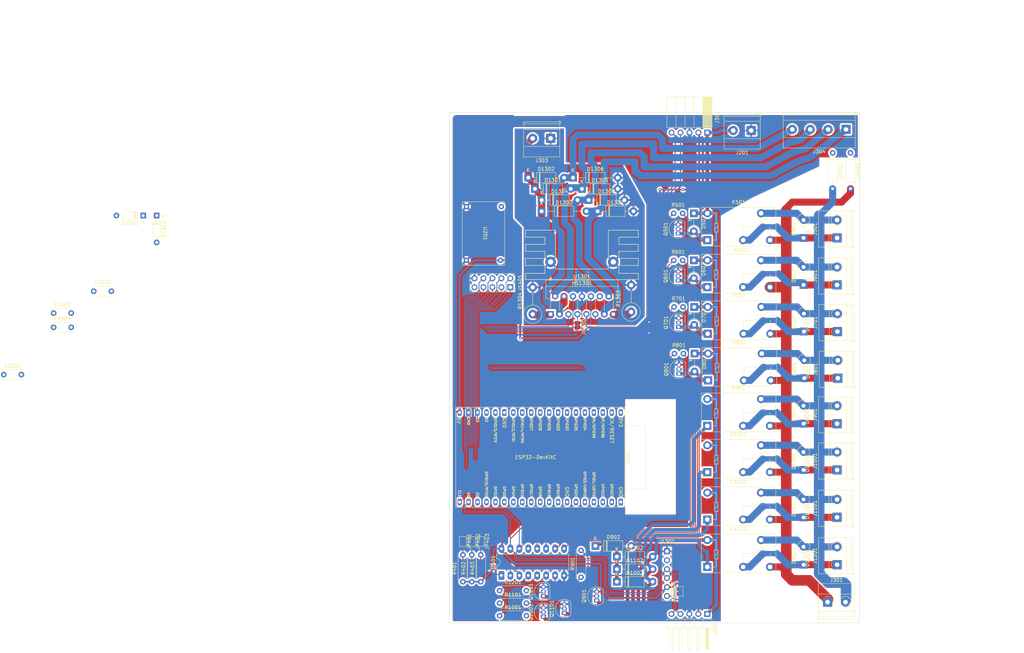
<source format=kicad_pcb>
(kicad_pcb (version 20211014) (generator pcbnew)

  (general
    (thickness 1.6)
  )

  (paper "A3" portrait)
  (layers
    (0 "F.Cu" signal)
    (31 "B.Cu" signal)
    (32 "B.Adhes" user "B.Adhesive")
    (33 "F.Adhes" user "F.Adhesive")
    (34 "B.Paste" user)
    (35 "F.Paste" user)
    (36 "B.SilkS" user "B.Silkscreen")
    (37 "F.SilkS" user "F.Silkscreen")
    (38 "B.Mask" user)
    (39 "F.Mask" user)
    (40 "Dwgs.User" user "User.Drawings")
    (41 "Cmts.User" user "User.Comments")
    (42 "Eco1.User" user "User.Eco1")
    (43 "Eco2.User" user "User.Eco2")
    (44 "Edge.Cuts" user)
    (45 "Margin" user)
    (46 "B.CrtYd" user "B.Courtyard")
    (47 "F.CrtYd" user "F.Courtyard")
    (48 "B.Fab" user)
    (49 "F.Fab" user)
    (50 "User.1" user "Nutzer.1")
    (51 "User.2" user "Nutzer.2")
    (52 "User.3" user "Nutzer.3")
    (53 "User.4" user "Nutzer.4")
    (54 "User.5" user "Nutzer.5")
    (55 "User.6" user "Nutzer.6")
    (56 "User.7" user "Nutzer.7")
    (57 "User.8" user "Nutzer.8")
    (58 "User.9" user "Nutzer.9")
  )

  (setup
    (stackup
      (layer "F.SilkS" (type "Top Silk Screen"))
      (layer "F.Paste" (type "Top Solder Paste"))
      (layer "F.Mask" (type "Top Solder Mask") (thickness 0.01))
      (layer "F.Cu" (type "copper") (thickness 0.035))
      (layer "dielectric 1" (type "core") (thickness 1.51) (material "FR4") (epsilon_r 4.5) (loss_tangent 0.02))
      (layer "B.Cu" (type "copper") (thickness 0.035))
      (layer "B.Mask" (type "Bottom Solder Mask") (thickness 0.01))
      (layer "B.Paste" (type "Bottom Solder Paste"))
      (layer "B.SilkS" (type "Bottom Silk Screen"))
      (copper_finish "None")
      (dielectric_constraints no)
    )
    (pad_to_mask_clearance 0)
    (pcbplotparams
      (layerselection 0x003ffff_ffffffff)
      (disableapertmacros false)
      (usegerberextensions false)
      (usegerberattributes true)
      (usegerberadvancedattributes true)
      (creategerberjobfile true)
      (svguseinch false)
      (svgprecision 6)
      (excludeedgelayer true)
      (plotframeref true)
      (viasonmask false)
      (mode 1)
      (useauxorigin false)
      (hpglpennumber 1)
      (hpglpenspeed 20)
      (hpglpendiameter 15.000000)
      (dxfpolygonmode true)
      (dxfimperialunits true)
      (dxfusepcbnewfont true)
      (psnegative false)
      (psa4output false)
      (plotreference true)
      (plotvalue true)
      (plotinvisibletext false)
      (sketchpadsonfab false)
      (subtractmaskfromsilk false)
      (outputformat 4)
      (mirror false)
      (drillshape 2)
      (scaleselection 1)
      (outputdirectory "Ausgaben/")
    )
  )

  (net 0 "")
  (net 1 "+12V")
  (net 2 "/Digital/Relais Ansteuerung/A")
  (net 3 "/Digital/Motortreiber/1Mess")
  (net 4 "/Digital/Relais Ansteuerung/B")
  (net 5 "Net-(Q501-Pad2)")
  (net 6 "GND")
  (net 7 "Net-(Q601-Pad2)")
  (net 8 "Net-(Q701-Pad2)")
  (net 9 "Net-(Q801-Pad2)")
  (net 10 "Net-(Q901-Pad2)")
  (net 11 "Net-(Q1001-Pad2)")
  (net 12 "Net-(Q1101-Pad2)")
  (net 13 "Net-(Q1201-Pad2)")
  (net 14 "/Digital/Motortreiber/2Mess")
  (net 15 "unconnected-(U401-Pad13)")
  (net 16 "/Digital/Relais Ansteuerung/Relais0/On")
  (net 17 "/Digital/Relais Ansteuerung/Relais1/On")
  (net 18 "/Digital/Relais Ansteuerung/Relais2/On")
  (net 19 "/Digital/Relais Ansteuerung/Relais3/On")
  (net 20 "/Digital/Relais Ansteuerung/Relais4/On")
  (net 21 "/Digital/Relais Ansteuerung/Relais5/On")
  (net 22 "/Digital/Relais Ansteuerung/Relais6/On")
  (net 23 "/Digital/Relais Ansteuerung/Relais7/On")
  (net 24 "/Digital/Lan/SCK")
  (net 25 "+3V3")
  (net 26 "unconnected-(U301-Pad2)")
  (net 27 "unconnected-(U301-Pad3)")
  (net 28 "unconnected-(U301-Pad4)")
  (net 29 "unconnected-(U301-Pad5)")
  (net 30 "unconnected-(U301-Pad6)")
  (net 31 "unconnected-(U301-Pad7)")
  (net 32 "unconnected-(U301-Pad8)")
  (net 33 "unconnected-(U301-Pad9)")
  (net 34 "unconnected-(U301-Pad10)")
  (net 35 "unconnected-(U301-Pad11)")
  (net 36 "/Digital/Lan/So")
  (net 37 "/Digital/Lan/Si")
  (net 38 "unconnected-(U301-Pad14)")
  (net 39 "/Digital/PCA9635 Servo/OE")
  (net 40 "unconnected-(U301-Pad16)")
  (net 41 "unconnected-(U301-Pad17)")
  (net 42 "unconnected-(U301-Pad18)")
  (net 43 "/Digital/SCL")
  (net 44 "Net-(J1301-Pad6)")
  (net 45 "unconnected-(U301-Pad22)")
  (net 46 "unconnected-(U301-Pad23)")
  (net 47 "unconnected-(U301-Pad24)")
  (net 48 "unconnected-(U301-Pad25)")
  (net 49 "/Digital/Lan/Cs")
  (net 50 "unconnected-(U301-Pad27)")
  (net 51 "unconnected-(U301-Pad28)")
  (net 52 "/Digital/Lan/CLK")
  (net 53 "unconnected-(U301-Pad30)")
  (net 54 "unconnected-(U301-Pad31)")
  (net 55 "unconnected-(U301-Pad32)")
  (net 56 "unconnected-(U301-Pad33)")
  (net 57 "unconnected-(U301-Pad34)")
  (net 58 "unconnected-(U301-Pad35)")
  (net 59 "unconnected-(U301-Pad36)")
  (net 60 "unconnected-(U301-Pad37)")
  (net 61 "unconnected-(U301-Pad38)")
  (net 62 "/Digital/Lan/Wol")
  (net 63 "/Digital/Relais Ansteuerung/Relais0/AB")
  (net 64 "/Digital/Relais Ansteuerung/Relais1/AB")
  (net 65 "/Digital/Relais Ansteuerung/Relais2/AB")
  (net 66 "/Digital/Relais Ansteuerung/Relais3/AB")
  (net 67 "/Digital/Relais Ansteuerung/Relais4/AB")
  (net 68 "/Digital/Relais Ansteuerung/Relais5/AB")
  (net 69 "/Digital/Relais Ansteuerung/Relais6/AB")
  (net 70 "/Digital/Relais Ansteuerung/Relais7/AB")
  (net 71 "/Digital/Relais Ansteuerung/Relais0/mitte")
  (net 72 "/Digital/Relais Ansteuerung/Relais1/mitte")
  (net 73 "/Digital/Relais Ansteuerung/Relais2/mitte")
  (net 74 "/Digital/Relais Ansteuerung/Relais3/mitte")
  (net 75 "/Digital/Relais Ansteuerung/Relais4/mitte")
  (net 76 "/Digital/Relais Ansteuerung/Relais5/mitte")
  (net 77 "/Digital/Relais Ansteuerung/Relais6/mitte")
  (net 78 "/Digital/Relais Ansteuerung/Relais7/mitte")
  (net 79 "/Digital/Motortreiber/M2B")
  (net 80 "/Digital/Motortreiber/M2A")
  (net 81 "/Digital/Motortreiber/M1B")
  (net 82 "/Digital/Motortreiber/M1A")
  (net 83 "/Digital/Motortreiber/1m")
  (net 84 "/Digital/Motortreiber/1A")
  (net 85 "/Digital/Motortreiber/1Enable")
  (net 86 "/Digital/Motortreiber/1B")
  (net 87 "+5V")
  (net 88 "/Digital/Motortreiber/2A")
  (net 89 "/Digital/Motortreiber/2Enable")
  (net 90 "/Digital/Motortreiber/2B")
  (net 91 "/Digital/Motortreiber/2m")
  (net 92 "/Digital/Motortreiber/GNDPWR")
  (net 93 "/Digital/Motortreiber/VS")
  (net 94 "Net-(JP401-Pad2)")
  (net 95 "Net-(JP402-Pad2)")
  (net 96 "Net-(JP403-Pad2)")
  (net 97 "/Digital/Lan/Reset")
  (net 98 "/Digital/SDA")
  (net 99 "/Digital/Lan/Int")

  (footprint "Package_TO_SOT_THT:TO-92_Inline" (layer "F.Cu") (at 104.648 341.122 90))

  (footprint "Diode_THT:D_DO-41_SOD81_P5.08mm_Vertical_KathodeUp" (layer "F.Cu") (at 178.541408 260.243591 90))

  (footprint "Diode_THT:D_DO-41_SOD81_P5.08mm_Vertical_KathodeUp" (layer "F.Cu") (at 147.32 226.695 -90))

  (footprint "Diode_THT:D_DO-41_SOD81_P10.16mm_Horizontal" (layer "F.Cu") (at 125.476 327.66))

  (footprint "Diode_THT:D_DO-41_SOD81_P5.08mm_Vertical_KathodeUp" (layer "F.Cu") (at 178.43 312.948591 90))

  (footprint "Resistor_THT:R_Axial_DIN0207_L6.3mm_D2.5mm_P10.16mm_Horizontal" (layer "F.Cu") (at 186.69 209.55 -90))

  (footprint "Relay_THT:Relay_SPDT_Omron-G5Q-1" (layer "F.Cu") (at 151.251408 260.868591))

  (footprint "Resistor_THT:R_Axial_DIN0207_L6.3mm_D2.5mm_P7.62mm_Horizontal" (layer "F.Cu") (at 92.202 340.868))

  (footprint "Package_TO_SOT_THT:TO-92_Inline" (layer "F.Cu") (at 119.74 336.55 90))

  (footprint "Resistor_THT:R_Axial_DIN0207_L6.3mm_D2.5mm_P2.54mm_Vertical" (layer "F.Cu") (at 141.711408 253.258591))

  (footprint "Diode_THT:D_DO-35_SOD27_P7.62mm_Horizontal" (layer "F.Cu") (at -5.08 227.33 -90))

  (footprint "Connector_PinSocket_2.54mm:PinSocket_1x06_P2.54mm_Vertical" (layer "F.Cu") (at 139.7 322.58))

  (footprint "Package_TO_SOT_THT:TO-92_Inline" (layer "F.Cu") (at 143.087817 272.202183 90))

  (footprint "Resistor_THT:R_Axial_DIN0207_L6.3mm_D2.5mm_P2.54mm_Vertical" (layer "F.Cu") (at 141.817817 266.487183))

  (footprint "Capacitor_THT:C_Disc_D6.0mm_W2.5mm_P5.00mm" (layer "F.Cu") (at -48.46 272.455))

  (footprint "Resistor_THT:R_Axial_DIN0516_L15.5mm_D5.0mm_P7.62mm_Vertical" (layer "F.Cu") (at 101.6 255.317925 90))

  (footprint "Diode_THT:D_DO-41_SOD81_P12.70mm_Horizontal" (layer "F.Cu") (at 113.03 216.582925))

  (footprint "Resistor_THT:R_Axial_DIN0207_L6.3mm_D2.5mm_P7.62mm_Horizontal" (layer "F.Cu") (at 81.788 331.216 90))

  (footprint "Jumper:SolderJumper-2_P1.3mm_Open_TrianglePad1.0x1.5mm" (layer "F.Cu") (at 86.868 319.823 -90))

  (footprint "Diode_THT:D_DO-41_SOD81_P10.16mm_Horizontal" (layer "F.Cu") (at 120.015 226.107925))

  (footprint "Diode_THT:D_DO-41_SOD81_P12.70mm_Horizontal" (layer "F.Cu") (at 104.14 226.107925))

  (footprint "Relay_THT:Relay_SPDT_Omron-G5Q-1" (layer "F.Cu") (at 151.357817 274.097183))

  (footprint "Diode_THT:D_DO-41_SOD81_P10.16mm_Horizontal" (layer "F.Cu") (at 115.57 219.757925))

  (footprint "Resistor_THT:R_Axial_DIN0516_L15.5mm_D5.0mm_P7.62mm_Vertical" (layer "F.Cu") (at 129.54 254.682925 90))

  (footprint "TerminalBlock_Phoenix:TerminalBlock_Phoenix_MKDS-1,5-2-5.08_1x02_P5.08mm_Horizontal" (layer "F.Cu") (at 106.685 205.435 180))

  (footprint "Diode_THT:D_DO-41_SOD81_P5.08mm_Vertical_KathodeUp" (layer "F.Cu") (at 178.435 233.68 90))

  (footprint "Jumper:SolderJumper-2_P1.3mm_Open_TrianglePad1.0x1.5mm" (layer "F.Cu") (at 84.328 319.823 -90))

  (footprint "TerminalBlock_Phoenix:TerminalBlock_Phoenix_MKDS-1,5-2-5.08_1x02_P5.08mm_Horizontal" (layer "F.Cu") (at 187.96 286.385 90))

  (footprint "TerminalBlock_Phoenix:TerminalBlock_Phoenix_MKDS-1,5-2-5.08_1x02_P5.08mm_Horizontal" (layer "F.Cu") (at 187.96 326.39 90))

  (footprint "Package_TO_SOT_THT:TO-92_Inline" (layer "F.Cu") (at 104.648 335.28 90))

  (footprint "Diode_THT:D_DO-41_SOD81_P5.08mm_Vertical_KathodeUp" (layer "F.Cu") (at 178.435 326.39 90))

  (footprint "TerminalBlock_Phoenix:TerminalBlock_Phoenix_MKDS-1,5-2-5.08_1x02_P5.08mm_Horizontal" (layer "F.Cu") (at 187.955 299.507183 90))

  (footprint "Resistor_THT:R_Axial_DIN0207_L6.3mm_D2.5mm_P2.54mm_Vertical" (layer "F.Cu") (at 141.605 226.695))

  (footprint "Capacitor_THT:C_Disc_D6.0mm_W2.5mm_P5.00mm" (layer "F.Cu") (at -22.94 248.805))

  (footprint "Jumper:SolderJumper-2_P1.3mm_Bridged2Bar_Pad1.0x1.5mm" (layer "F.Cu") (at 114.3 258.43 -90))

  (footprint "Diode_THT:D_DO-41_SOD81_P5.08mm_Vertical_KathodeUp" (layer "F.Cu") (at 178.647817 273.472183 90))

  (footprint "Relay_THT:Relay_SPDT_Omron-G5Q-1" (layer "F.Cu") (at 151.14 300.132183))

  (footprint "TerminalBlock_Phoenix:TerminalBlock_Phoenix_MKDS-1,5-2-5.08_1x02_P5.08mm_Horizontal" (layer "F.Cu") (at 187.955 312.948591 90))

  (footprint "Diode_THT:D_DO-41_SOD81_P5.08mm_Vertical_KathodeUp" (layer "F.Cu") (at 178.435 247.015 90))

  (footprint "TerminalBlock_Phoenix:TerminalBlock_Phoenix_MKDS-1,5-2-5.08_1x02_P5.08mm_Horizontal" (layer "F.Cu") (at 185.255 337.005))

  (footprint "Jumper:SolderJumper-2_P1.3mm_Open_TrianglePad1.0x1.5mm" (layer "F.Cu") (at 143.256 333.973 90))

  (footprint "TerminalBlock_Phoenix:TerminalBlock_Phoenix_MKDS-1,5-2-5.08_1x02_P5.08mm_Horizontal" (layer "F.Cu") (at 187.96 247.015 90))

  (footprint "TerminalBlock_Phoenix:TerminalBlock_Phoenix_MKDS-1,5-2-5.08_1x02_P5.08mm_Horizontal" (layer "F.Cu") (at 187.96 233.68 90))

  (footprint "Relay_THT:Relay_SPDT_Omron-G5Q-1" (layer "F.Cu") (at 151.145 287.01))

  (footprint "TerminalBlock_Phoenix:TerminalBlock_Phoenix_MKDS-1,5-2-5.08_1x02_P5.08mm_Horizontal" (layer "F.Cu")
    (tedit 5B294EBC) (tstamp 8173dd2f-26f9-4bc2-9ac5-fa6c09332c8e)
    (at 163.576 203.2 180)
    (descr "Terminal Block Phoenix MKDS-1,5-2-5.08, 2 pins, pitch 5.08mm, size 10.2x9.8mm^2, drill diamater 1.3mm, pad diameter 2.6mm, see http://www.farnell.com/datasheets/100425.pdf, script-generated using https://github.com/pointhi/kicad-footprint-generator/scripts/TerminalBlock_Phoenix")
    (tags "THT Terminal Block Phoenix MKDS-1,5-2-5.08 pitch 5.08mm size 10.2x9.8mm^2 drill 1.3mm pad 2.6m
... [1531807 chars truncated]
</source>
